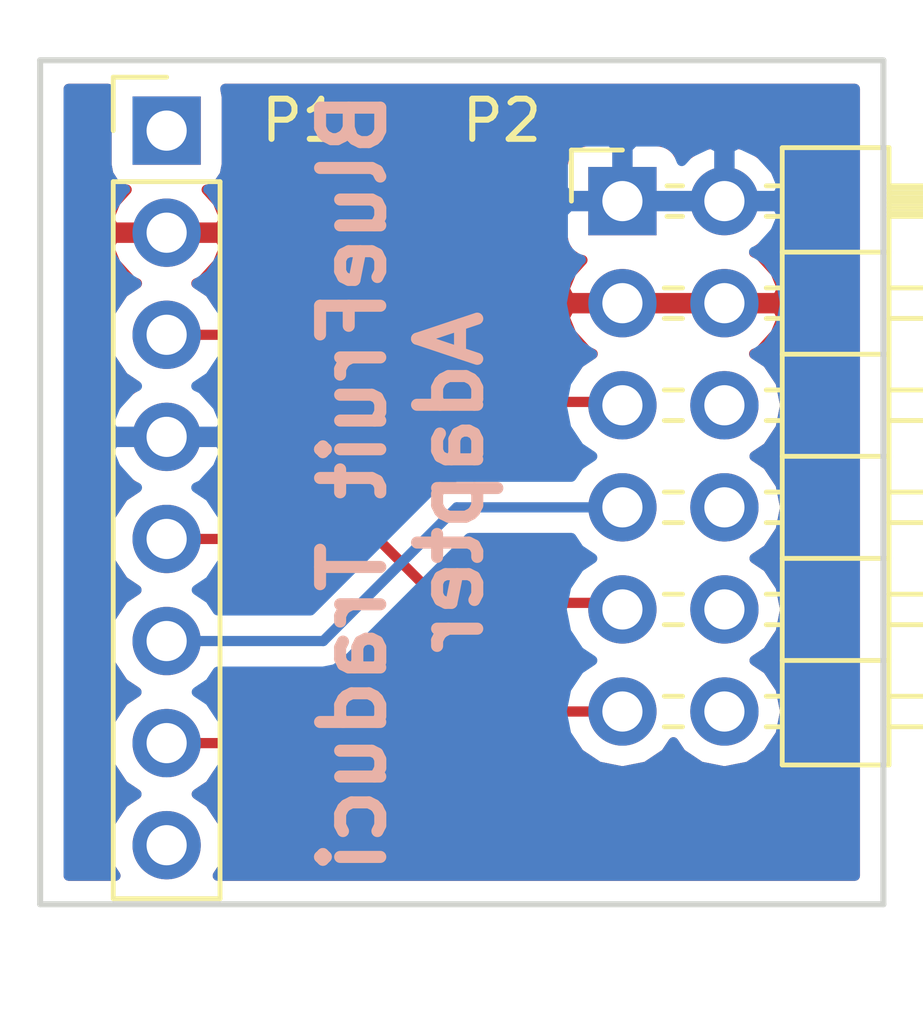
<source format=kicad_pcb>
(kicad_pcb (version 4) (host pcbnew 4.0.5)

  (general
    (links 8)
    (no_connects 0)
    (area 133.924999 100.924999 155.075001 124.075001)
    (thickness 1.6)
    (drawings 5)
    (tracks 20)
    (zones 0)
    (modules 2)
    (nets 13)
  )

  (page A4)
  (layers
    (0 F.Cu signal hide)
    (31 B.Cu signal)
    (34 B.Paste user)
    (35 F.Paste user)
    (36 B.SilkS user)
    (37 F.SilkS user)
    (38 B.Mask user)
    (39 F.Mask user)
    (41 Cmts.User user)
    (44 Edge.Cuts user)
    (45 Margin user)
    (46 B.CrtYd user)
    (47 F.CrtYd user)
  )

  (setup
    (last_trace_width 0.254)
    (user_trace_width 0.1524)
    (user_trace_width 0.254)
    (user_trace_width 0.508)
    (trace_clearance 0.1524)
    (zone_clearance 0.508)
    (zone_45_only no)
    (trace_min 0.1524)
    (segment_width 0.2)
    (edge_width 0.15)
    (via_size 0.508)
    (via_drill 0.254)
    (via_min_size 0.508)
    (via_min_drill 0.254)
    (uvia_size 0.508)
    (uvia_drill 0.254)
    (uvias_allowed no)
    (uvia_min_size 0.2)
    (uvia_min_drill 0.1)
    (pcb_text_width 0.3)
    (pcb_text_size 1.5 1.5)
    (mod_edge_width 0.15)
    (mod_text_size 1 1)
    (mod_text_width 0.15)
    (pad_size 1.524 1.524)
    (pad_drill 0.762)
    (pad_to_mask_clearance 0.0508)
    (aux_axis_origin 0 0)
    (visible_elements FFFFFF7F)
    (pcbplotparams
      (layerselection 0x00030_80000001)
      (usegerberextensions false)
      (excludeedgelayer true)
      (linewidth 0.100000)
      (plotframeref false)
      (viasonmask false)
      (mode 1)
      (useauxorigin false)
      (hpglpennumber 1)
      (hpglpenspeed 20)
      (hpglpendiameter 15)
      (hpglpenoverlay 2)
      (psnegative false)
      (psa4output false)
      (plotreference true)
      (plotvalue true)
      (plotinvisibletext false)
      (padsonsilk false)
      (subtractmaskfromsilk false)
      (outputformat 1)
      (mirror false)
      (drillshape 1)
      (scaleselection 1)
      (outputdirectory ""))
  )

  (net 0 "")
  (net 1 "Net-(P1-Pad1)")
  (net 2 "Net-(P1-Pad2)")
  (net 3 "Net-(P1-Pad3)")
  (net 4 "Net-(P1-Pad4)")
  (net 5 "Net-(P1-Pad5)")
  (net 6 "Net-(P1-Pad6)")
  (net 7 "Net-(P1-Pad7)")
  (net 8 "Net-(P1-Pad8)")
  (net 9 "Net-(P2-Pad6)")
  (net 10 "Net-(P2-Pad8)")
  (net 11 "Net-(P2-Pad10)")
  (net 12 "Net-(P2-Pad12)")

  (net_class Default "This is the default net class."
    (clearance 0.1524)
    (trace_width 0.1524)
    (via_dia 0.508)
    (via_drill 0.254)
    (uvia_dia 0.508)
    (uvia_drill 0.254)
    (add_net "Net-(P1-Pad1)")
    (add_net "Net-(P1-Pad2)")
    (add_net "Net-(P1-Pad3)")
    (add_net "Net-(P1-Pad4)")
    (add_net "Net-(P1-Pad5)")
    (add_net "Net-(P1-Pad6)")
    (add_net "Net-(P1-Pad7)")
    (add_net "Net-(P1-Pad8)")
    (add_net "Net-(P2-Pad10)")
    (add_net "Net-(P2-Pad12)")
    (add_net "Net-(P2-Pad6)")
    (add_net "Net-(P2-Pad8)")
  )

  (module Pin_Headers:Pin_Header_Straight_1x08_Pitch2.54mm (layer F.Cu) (tedit 5BC0E180) (tstamp 5BC0DB81)
    (at 137.15 103.25)
    (descr "Through hole straight pin header, 1x08, 2.54mm pitch, single row")
    (tags "Through hole pin header THT 1x08 2.54mm single row")
    (path /5BC0D96C)
    (fp_text reference P1 (at 3.35 -0.25) (layer F.SilkS)
      (effects (font (size 1 1) (thickness 0.15)))
    )
    (fp_text value CONN_01X08 (at 0 20.11) (layer F.Fab) hide
      (effects (font (size 1 1) (thickness 0.15)))
    )
    (fp_line (start -0.635 -1.27) (end 1.27 -1.27) (layer F.Fab) (width 0.1))
    (fp_line (start 1.27 -1.27) (end 1.27 19.05) (layer F.Fab) (width 0.1))
    (fp_line (start 1.27 19.05) (end -1.27 19.05) (layer F.Fab) (width 0.1))
    (fp_line (start -1.27 19.05) (end -1.27 -0.635) (layer F.Fab) (width 0.1))
    (fp_line (start -1.27 -0.635) (end -0.635 -1.27) (layer F.Fab) (width 0.1))
    (fp_line (start -1.33 19.11) (end 1.33 19.11) (layer F.SilkS) (width 0.12))
    (fp_line (start -1.33 1.27) (end -1.33 19.11) (layer F.SilkS) (width 0.12))
    (fp_line (start 1.33 1.27) (end 1.33 19.11) (layer F.SilkS) (width 0.12))
    (fp_line (start -1.33 1.27) (end 1.33 1.27) (layer F.SilkS) (width 0.12))
    (fp_line (start -1.33 0) (end -1.33 -1.33) (layer F.SilkS) (width 0.12))
    (fp_line (start -1.33 -1.33) (end 0 -1.33) (layer F.SilkS) (width 0.12))
    (fp_line (start -1.8 -1.8) (end -1.8 19.55) (layer F.CrtYd) (width 0.05))
    (fp_line (start -1.8 19.55) (end 1.8 19.55) (layer F.CrtYd) (width 0.05))
    (fp_line (start 1.8 19.55) (end 1.8 -1.8) (layer F.CrtYd) (width 0.05))
    (fp_line (start 1.8 -1.8) (end -1.8 -1.8) (layer F.CrtYd) (width 0.05))
    (fp_text user %R (at 0 8.89 90) (layer F.Fab)
      (effects (font (size 1 1) (thickness 0.15)))
    )
    (pad 1 thru_hole rect (at 0 0) (size 1.7 1.7) (drill 1) (layers *.Cu *.Mask)
      (net 1 "Net-(P1-Pad1)"))
    (pad 2 thru_hole oval (at 0 2.54) (size 1.7 1.7) (drill 1) (layers *.Cu *.Mask)
      (net 2 "Net-(P1-Pad2)"))
    (pad 3 thru_hole oval (at 0 5.08) (size 1.7 1.7) (drill 1) (layers *.Cu *.Mask)
      (net 3 "Net-(P1-Pad3)"))
    (pad 4 thru_hole oval (at 0 7.62) (size 1.7 1.7) (drill 1) (layers *.Cu *.Mask)
      (net 4 "Net-(P1-Pad4)"))
    (pad 5 thru_hole oval (at 0 10.16) (size 1.7 1.7) (drill 1) (layers *.Cu *.Mask)
      (net 5 "Net-(P1-Pad5)"))
    (pad 6 thru_hole oval (at 0 12.7) (size 1.7 1.7) (drill 1) (layers *.Cu *.Mask)
      (net 6 "Net-(P1-Pad6)"))
    (pad 7 thru_hole oval (at 0 15.24) (size 1.7 1.7) (drill 1) (layers *.Cu *.Mask)
      (net 7 "Net-(P1-Pad7)"))
    (pad 8 thru_hole oval (at 0 17.78) (size 1.7 1.7) (drill 1) (layers *.Cu *.Mask)
      (net 8 "Net-(P1-Pad8)"))
    (model ${KISYS3DMOD}/Pin_Headers.3dshapes/Pin_Header_Straight_1x08_Pitch2.54mm.wrl
      (at (xyz 0 0 0))
      (scale (xyz 1 1 1))
      (rotate (xyz 0 0 0))
    )
  )

  (module Pin_Headers:Pin_Header_Angled_2x06_Pitch2.54mm (layer F.Cu) (tedit 5BC0E198) (tstamp 5BC0DBFA)
    (at 148.5011 105.0036)
    (descr "Through hole angled pin header, 2x06, 2.54mm pitch, 6mm pin length, double rows")
    (tags "Through hole angled pin header THT 2x06 2.54mm double row")
    (path /5BC0D999)
    (fp_text reference P2 (at -3.0011 -2.0036) (layer F.SilkS)
      (effects (font (size 1 1) (thickness 0.15)))
    )
    (fp_text value CONN_02X06 (at 5.655 14.97) (layer F.Fab) hide
      (effects (font (size 1 1) (thickness 0.15)))
    )
    (fp_line (start 4.675 -1.27) (end 6.58 -1.27) (layer F.Fab) (width 0.1))
    (fp_line (start 6.58 -1.27) (end 6.58 13.97) (layer F.Fab) (width 0.1))
    (fp_line (start 6.58 13.97) (end 4.04 13.97) (layer F.Fab) (width 0.1))
    (fp_line (start 4.04 13.97) (end 4.04 -0.635) (layer F.Fab) (width 0.1))
    (fp_line (start 4.04 -0.635) (end 4.675 -1.27) (layer F.Fab) (width 0.1))
    (fp_line (start -0.32 -0.32) (end 4.04 -0.32) (layer F.Fab) (width 0.1))
    (fp_line (start -0.32 -0.32) (end -0.32 0.32) (layer F.Fab) (width 0.1))
    (fp_line (start -0.32 0.32) (end 4.04 0.32) (layer F.Fab) (width 0.1))
    (fp_line (start 6.58 -0.32) (end 12.58 -0.32) (layer F.Fab) (width 0.1))
    (fp_line (start 12.58 -0.32) (end 12.58 0.32) (layer F.Fab) (width 0.1))
    (fp_line (start 6.58 0.32) (end 12.58 0.32) (layer F.Fab) (width 0.1))
    (fp_line (start -0.32 2.22) (end 4.04 2.22) (layer F.Fab) (width 0.1))
    (fp_line (start -0.32 2.22) (end -0.32 2.86) (layer F.Fab) (width 0.1))
    (fp_line (start -0.32 2.86) (end 4.04 2.86) (layer F.Fab) (width 0.1))
    (fp_line (start 6.58 2.22) (end 12.58 2.22) (layer F.Fab) (width 0.1))
    (fp_line (start 12.58 2.22) (end 12.58 2.86) (layer F.Fab) (width 0.1))
    (fp_line (start 6.58 2.86) (end 12.58 2.86) (layer F.Fab) (width 0.1))
    (fp_line (start -0.32 4.76) (end 4.04 4.76) (layer F.Fab) (width 0.1))
    (fp_line (start -0.32 4.76) (end -0.32 5.4) (layer F.Fab) (width 0.1))
    (fp_line (start -0.32 5.4) (end 4.04 5.4) (layer F.Fab) (width 0.1))
    (fp_line (start 6.58 4.76) (end 12.58 4.76) (layer F.Fab) (width 0.1))
    (fp_line (start 12.58 4.76) (end 12.58 5.4) (layer F.Fab) (width 0.1))
    (fp_line (start 6.58 5.4) (end 12.58 5.4) (layer F.Fab) (width 0.1))
    (fp_line (start -0.32 7.3) (end 4.04 7.3) (layer F.Fab) (width 0.1))
    (fp_line (start -0.32 7.3) (end -0.32 7.94) (layer F.Fab) (width 0.1))
    (fp_line (start -0.32 7.94) (end 4.04 7.94) (layer F.Fab) (width 0.1))
    (fp_line (start 6.58 7.3) (end 12.58 7.3) (layer F.Fab) (width 0.1))
    (fp_line (start 12.58 7.3) (end 12.58 7.94) (layer F.Fab) (width 0.1))
    (fp_line (start 6.58 7.94) (end 12.58 7.94) (layer F.Fab) (width 0.1))
    (fp_line (start -0.32 9.84) (end 4.04 9.84) (layer F.Fab) (width 0.1))
    (fp_line (start -0.32 9.84) (end -0.32 10.48) (layer F.Fab) (width 0.1))
    (fp_line (start -0.32 10.48) (end 4.04 10.48) (layer F.Fab) (width 0.1))
    (fp_line (start 6.58 9.84) (end 12.58 9.84) (layer F.Fab) (width 0.1))
    (fp_line (start 12.58 9.84) (end 12.58 10.48) (layer F.Fab) (width 0.1))
    (fp_line (start 6.58 10.48) (end 12.58 10.48) (layer F.Fab) (width 0.1))
    (fp_line (start -0.32 12.38) (end 4.04 12.38) (layer F.Fab) (width 0.1))
    (fp_line (start -0.32 12.38) (end -0.32 13.02) (layer F.Fab) (width 0.1))
    (fp_line (start -0.32 13.02) (end 4.04 13.02) (layer F.Fab) (width 0.1))
    (fp_line (start 6.58 12.38) (end 12.58 12.38) (layer F.Fab) (width 0.1))
    (fp_line (start 12.58 12.38) (end 12.58 13.02) (layer F.Fab) (width 0.1))
    (fp_line (start 6.58 13.02) (end 12.58 13.02) (layer F.Fab) (width 0.1))
    (fp_line (start 3.98 -1.33) (end 3.98 14.03) (layer F.SilkS) (width 0.12))
    (fp_line (start 3.98 14.03) (end 6.64 14.03) (layer F.SilkS) (width 0.12))
    (fp_line (start 6.64 14.03) (end 6.64 -1.33) (layer F.SilkS) (width 0.12))
    (fp_line (start 6.64 -1.33) (end 3.98 -1.33) (layer F.SilkS) (width 0.12))
    (fp_line (start 6.64 -0.38) (end 12.64 -0.38) (layer F.SilkS) (width 0.12))
    (fp_line (start 12.64 -0.38) (end 12.64 0.38) (layer F.SilkS) (width 0.12))
    (fp_line (start 12.64 0.38) (end 6.64 0.38) (layer F.SilkS) (width 0.12))
    (fp_line (start 6.64 -0.32) (end 12.64 -0.32) (layer F.SilkS) (width 0.12))
    (fp_line (start 6.64 -0.2) (end 12.64 -0.2) (layer F.SilkS) (width 0.12))
    (fp_line (start 6.64 -0.08) (end 12.64 -0.08) (layer F.SilkS) (width 0.12))
    (fp_line (start 6.64 0.04) (end 12.64 0.04) (layer F.SilkS) (width 0.12))
    (fp_line (start 6.64 0.16) (end 12.64 0.16) (layer F.SilkS) (width 0.12))
    (fp_line (start 6.64 0.28) (end 12.64 0.28) (layer F.SilkS) (width 0.12))
    (fp_line (start 3.582929 -0.38) (end 3.98 -0.38) (layer F.SilkS) (width 0.12))
    (fp_line (start 3.582929 0.38) (end 3.98 0.38) (layer F.SilkS) (width 0.12))
    (fp_line (start 1.11 -0.38) (end 1.497071 -0.38) (layer F.SilkS) (width 0.12))
    (fp_line (start 1.11 0.38) (end 1.497071 0.38) (layer F.SilkS) (width 0.12))
    (fp_line (start 3.98 1.27) (end 6.64 1.27) (layer F.SilkS) (width 0.12))
    (fp_line (start 6.64 2.16) (end 12.64 2.16) (layer F.SilkS) (width 0.12))
    (fp_line (start 12.64 2.16) (end 12.64 2.92) (layer F.SilkS) (width 0.12))
    (fp_line (start 12.64 2.92) (end 6.64 2.92) (layer F.SilkS) (width 0.12))
    (fp_line (start 3.582929 2.16) (end 3.98 2.16) (layer F.SilkS) (width 0.12))
    (fp_line (start 3.582929 2.92) (end 3.98 2.92) (layer F.SilkS) (width 0.12))
    (fp_line (start 1.042929 2.16) (end 1.497071 2.16) (layer F.SilkS) (width 0.12))
    (fp_line (start 1.042929 2.92) (end 1.497071 2.92) (layer F.SilkS) (width 0.12))
    (fp_line (start 3.98 3.81) (end 6.64 3.81) (layer F.SilkS) (width 0.12))
    (fp_line (start 6.64 4.7) (end 12.64 4.7) (layer F.SilkS) (width 0.12))
    (fp_line (start 12.64 4.7) (end 12.64 5.46) (layer F.SilkS) (width 0.12))
    (fp_line (start 12.64 5.46) (end 6.64 5.46) (layer F.SilkS) (width 0.12))
    (fp_line (start 3.582929 4.7) (end 3.98 4.7) (layer F.SilkS) (width 0.12))
    (fp_line (start 3.582929 5.46) (end 3.98 5.46) (layer F.SilkS) (width 0.12))
    (fp_line (start 1.042929 4.7) (end 1.497071 4.7) (layer F.SilkS) (width 0.12))
    (fp_line (start 1.042929 5.46) (end 1.497071 5.46) (layer F.SilkS) (width 0.12))
    (fp_line (start 3.98 6.35) (end 6.64 6.35) (layer F.SilkS) (width 0.12))
    (fp_line (start 6.64 7.24) (end 12.64 7.24) (layer F.SilkS) (width 0.12))
    (fp_line (start 12.64 7.24) (end 12.64 8) (layer F.SilkS) (width 0.12))
    (fp_line (start 12.64 8) (end 6.64 8) (layer F.SilkS) (width 0.12))
    (fp_line (start 3.582929 7.24) (end 3.98 7.24) (layer F.SilkS) (width 0.12))
    (fp_line (start 3.582929 8) (end 3.98 8) (layer F.SilkS) (width 0.12))
    (fp_line (start 1.042929 7.24) (end 1.497071 7.24) (layer F.SilkS) (width 0.12))
    (fp_line (start 1.042929 8) (end 1.497071 8) (layer F.SilkS) (width 0.12))
    (fp_line (start 3.98 8.89) (end 6.64 8.89) (layer F.SilkS) (width 0.12))
    (fp_line (start 6.64 9.78) (end 12.64 9.78) (layer F.SilkS) (width 0.12))
    (fp_line (start 12.64 9.78) (end 12.64 10.54) (layer F.SilkS) (width 0.12))
    (fp_line (start 12.64 10.54) (end 6.64 10.54) (layer F.SilkS) (width 0.12))
    (fp_line (start 3.582929 9.78) (end 3.98 9.78) (layer F.SilkS) (width 0.12))
    (fp_line (start 3.582929 10.54) (end 3.98 10.54) (layer F.SilkS) (width 0.12))
    (fp_line (start 1.042929 9.78) (end 1.497071 9.78) (layer F.SilkS) (width 0.12))
    (fp_line (start 1.042929 10.54) (end 1.497071 10.54) (layer F.SilkS) (width 0.12))
    (fp_line (start 3.98 11.43) (end 6.64 11.43) (layer F.SilkS) (width 0.12))
    (fp_line (start 6.64 12.32) (end 12.64 12.32) (layer F.SilkS) (width 0.12))
    (fp_line (start 12.64 12.32) (end 12.64 13.08) (layer F.SilkS) (width 0.12))
    (fp_line (start 12.64 13.08) (end 6.64 13.08) (layer F.SilkS) (width 0.12))
    (fp_line (start 3.582929 12.32) (end 3.98 12.32) (layer F.SilkS) (width 0.12))
    (fp_line (start 3.582929 13.08) (end 3.98 13.08) (layer F.SilkS) (width 0.12))
    (fp_line (start 1.042929 12.32) (end 1.497071 12.32) (layer F.SilkS) (width 0.12))
    (fp_line (start 1.042929 13.08) (end 1.497071 13.08) (layer F.SilkS) (width 0.12))
    (fp_line (start -1.27 0) (end -1.27 -1.27) (layer F.SilkS) (width 0.12))
    (fp_line (start -1.27 -1.27) (end 0 -1.27) (layer F.SilkS) (width 0.12))
    (fp_line (start -1.8 -1.8) (end -1.8 14.5) (layer F.CrtYd) (width 0.05))
    (fp_line (start -1.8 14.5) (end 13.1 14.5) (layer F.CrtYd) (width 0.05))
    (fp_line (start 13.1 14.5) (end 13.1 -1.8) (layer F.CrtYd) (width 0.05))
    (fp_line (start 13.1 -1.8) (end -1.8 -1.8) (layer F.CrtYd) (width 0.05))
    (fp_text user %R (at 5.31 6.35 90) (layer F.Fab)
      (effects (font (size 1 1) (thickness 0.15)))
    )
    (pad 1 thru_hole rect (at 0 0) (size 1.7 1.7) (drill 1) (layers *.Cu *.Mask)
      (net 4 "Net-(P1-Pad4)"))
    (pad 2 thru_hole oval (at 2.54 0) (size 1.7 1.7) (drill 1) (layers *.Cu *.Mask)
      (net 4 "Net-(P1-Pad4)"))
    (pad 3 thru_hole oval (at 0 2.54) (size 1.7 1.7) (drill 1) (layers *.Cu *.Mask)
      (net 2 "Net-(P1-Pad2)"))
    (pad 4 thru_hole oval (at 2.54 2.54) (size 1.7 1.7) (drill 1) (layers *.Cu *.Mask)
      (net 2 "Net-(P1-Pad2)"))
    (pad 5 thru_hole oval (at 0 5.08) (size 1.7 1.7) (drill 1) (layers *.Cu *.Mask)
      (net 3 "Net-(P1-Pad3)"))
    (pad 6 thru_hole oval (at 2.54 5.08) (size 1.7 1.7) (drill 1) (layers *.Cu *.Mask)
      (net 9 "Net-(P2-Pad6)"))
    (pad 7 thru_hole oval (at 0 7.62) (size 1.7 1.7) (drill 1) (layers *.Cu *.Mask)
      (net 6 "Net-(P1-Pad6)"))
    (pad 8 thru_hole oval (at 2.54 7.62) (size 1.7 1.7) (drill 1) (layers *.Cu *.Mask)
      (net 10 "Net-(P2-Pad8)"))
    (pad 9 thru_hole oval (at 0 10.16) (size 1.7 1.7) (drill 1) (layers *.Cu *.Mask)
      (net 5 "Net-(P1-Pad5)"))
    (pad 10 thru_hole oval (at 2.54 10.16) (size 1.7 1.7) (drill 1) (layers *.Cu *.Mask)
      (net 11 "Net-(P2-Pad10)"))
    (pad 11 thru_hole oval (at 0 12.7) (size 1.7 1.7) (drill 1) (layers *.Cu *.Mask)
      (net 7 "Net-(P1-Pad7)"))
    (pad 12 thru_hole oval (at 2.54 12.7) (size 1.7 1.7) (drill 1) (layers *.Cu *.Mask)
      (net 12 "Net-(P2-Pad12)"))
    (model ${KISYS3DMOD}/Pin_Headers.3dshapes/Pin_Header_Angled_2x06_Pitch2.54mm.wrl
      (at (xyz 0 0 0))
      (scale (xyz 1 1 1))
      (rotate (xyz 0 0 0))
    )
  )

  (gr_line (start 134 101.5) (end 134 122.5) (angle 90) (layer Edge.Cuts) (width 0.15))
  (gr_line (start 155 101.5) (end 155 122.5) (angle 90) (layer Edge.Cuts) (width 0.15))
  (gr_text "BlueFruit Traduci\nAdapter" (at 143 112 90) (layer B.SilkS)
    (effects (font (size 1.5 1.5) (thickness 0.3)) (justify mirror))
  )
  (gr_line (start 155 122.5) (end 134 122.5) (angle 90) (layer Edge.Cuts) (width 0.15))
  (gr_line (start 134 101.5) (end 155 101.5) (angle 90) (layer Edge.Cuts) (width 0.15))

  (segment (start 137.15 105.79) (end 143.29 105.79) (width 0.254) (layer F.Cu) (net 2))
  (segment (start 145.0436 107.5436) (end 151.0411 107.5436) (width 0.254) (layer F.Cu) (net 2) (tstamp 5BC0DF47))
  (segment (start 143.29 105.79) (end 145.0436 107.5436) (width 0.254) (layer F.Cu) (net 2) (tstamp 5BC0DF40))
  (segment (start 137.15 108.33) (end 142.83 108.33) (width 0.254) (layer F.Cu) (net 3))
  (segment (start 144.5 110) (end 148.4175 110) (width 0.254) (layer F.Cu) (net 3) (tstamp 5BC0DF64))
  (segment (start 142.83 108.33) (end 144.5 110) (width 0.254) (layer F.Cu) (net 3) (tstamp 5BC0DF5B))
  (segment (start 148.4175 110) (end 148.5011 110.0836) (width 0.254) (layer F.Cu) (net 3) (tstamp 5BC0DF68))
  (segment (start 137.15 110.87) (end 139.13 110.87) (width 0.254) (layer B.Cu) (net 4))
  (segment (start 144.9964 105.0036) (end 151.0411 105.0036) (width 0.254) (layer B.Cu) (net 4) (tstamp 5BC0E03D))
  (segment (start 139.13 110.87) (end 144.9964 105.0036) (width 0.254) (layer B.Cu) (net 4) (tstamp 5BC0E037))
  (segment (start 137.15 113.41) (end 142.41 113.41) (width 0.254) (layer F.Cu) (net 5))
  (segment (start 144 115) (end 148.3375 115) (width 0.254) (layer F.Cu) (net 5) (tstamp 5BC0DF82))
  (segment (start 142.41 113.41) (end 144 115) (width 0.254) (layer F.Cu) (net 5) (tstamp 5BC0DF75))
  (segment (start 148.3375 115) (end 148.5011 115.1636) (width 0.254) (layer F.Cu) (net 5) (tstamp 5BC0DF86))
  (segment (start 137.15 115.95) (end 141.05 115.95) (width 0.254) (layer B.Cu) (net 6))
  (segment (start 144.3764 112.6236) (end 148.5011 112.6236) (width 0.254) (layer B.Cu) (net 6) (tstamp 5BC0E04B))
  (segment (start 141.05 115.95) (end 144.3764 112.6236) (width 0.254) (layer B.Cu) (net 6) (tstamp 5BC0E044))
  (segment (start 137.15 118.49) (end 144.99 118.49) (width 0.254) (layer F.Cu) (net 7))
  (segment (start 145.7764 117.7036) (end 148.5011 117.7036) (width 0.254) (layer F.Cu) (net 7) (tstamp 5BC0DF91))
  (segment (start 144.99 118.49) (end 145.7764 117.7036) (width 0.254) (layer F.Cu) (net 7) (tstamp 5BC0DF8E))

  (zone (net 2) (net_name "Net-(P1-Pad2)") (layer F.Cu) (tstamp 5BC0E06C) (hatch edge 0.508)
    (connect_pads (clearance 0.508))
    (min_thickness 0.254)
    (fill yes (arc_segments 16) (thermal_gap 0.508) (thermal_bridge_width 0.508))
    (polygon
      (pts
        (xy 156 126) (xy 133 126) (xy 133 100) (xy 156 100)
      )
    )
    (filled_polygon
      (pts
        (xy 135.65256 102.4) (xy 135.65256 104.1) (xy 135.696838 104.335317) (xy 135.83591 104.551441) (xy 136.04811 104.696431)
        (xy 136.156107 104.718301) (xy 135.878355 105.023076) (xy 135.708524 105.43311) (xy 135.829845 105.663) (xy 137.023 105.663)
        (xy 137.023 105.643) (xy 137.277 105.643) (xy 137.277 105.663) (xy 138.470155 105.663) (xy 138.591476 105.43311)
        (xy 138.421645 105.023076) (xy 138.145499 104.720063) (xy 138.235317 104.703162) (xy 138.451441 104.56409) (xy 138.596431 104.35189)
        (xy 138.636585 104.1536) (xy 147.00366 104.1536) (xy 147.00366 105.8536) (xy 147.047938 106.088917) (xy 147.18701 106.305041)
        (xy 147.39921 106.450031) (xy 147.507207 106.471901) (xy 147.229455 106.776676) (xy 147.059624 107.18671) (xy 147.180945 107.4166)
        (xy 148.3741 107.4166) (xy 148.3741 107.3966) (xy 148.6281 107.3966) (xy 148.6281 107.4166) (xy 150.9141 107.4166)
        (xy 150.9141 107.3966) (xy 151.1681 107.3966) (xy 151.1681 107.4166) (xy 152.361255 107.4166) (xy 152.482576 107.18671)
        (xy 152.312745 106.776676) (xy 151.922458 106.348417) (xy 151.779547 106.281302) (xy 152.120247 106.053654) (xy 152.442154 105.571885)
        (xy 152.555193 105.0036) (xy 152.442154 104.435315) (xy 152.120247 103.953546) (xy 151.638478 103.631639) (xy 151.070193 103.5186)
        (xy 151.012007 103.5186) (xy 150.443722 103.631639) (xy 149.961953 103.953546) (xy 149.961129 103.954779) (xy 149.954262 103.918283)
        (xy 149.81519 103.702159) (xy 149.60299 103.557169) (xy 149.3511 103.50616) (xy 147.6511 103.50616) (xy 147.415783 103.550438)
        (xy 147.199659 103.68951) (xy 147.054669 103.90171) (xy 147.00366 104.1536) (xy 138.636585 104.1536) (xy 138.64744 104.1)
        (xy 138.64744 102.4) (xy 138.611689 102.21) (xy 154.29 102.21) (xy 154.29 121.79) (xy 138.422954 121.79)
        (xy 138.551054 121.598285) (xy 138.664093 121.03) (xy 138.551054 120.461715) (xy 138.229147 119.979946) (xy 137.899974 119.76)
        (xy 138.229147 119.540054) (xy 138.421618 119.252) (xy 144.99 119.252) (xy 145.281605 119.193996) (xy 145.528815 119.028815)
        (xy 146.092031 118.4656) (xy 147.229482 118.4656) (xy 147.421953 118.753654) (xy 147.903722 119.075561) (xy 148.472007 119.1886)
        (xy 148.530193 119.1886) (xy 149.098478 119.075561) (xy 149.580247 118.753654) (xy 149.7711 118.468022) (xy 149.961953 118.753654)
        (xy 150.443722 119.075561) (xy 151.012007 119.1886) (xy 151.070193 119.1886) (xy 151.638478 119.075561) (xy 152.120247 118.753654)
        (xy 152.442154 118.271885) (xy 152.555193 117.7036) (xy 152.442154 117.135315) (xy 152.120247 116.653546) (xy 151.791074 116.4336)
        (xy 152.120247 116.213654) (xy 152.442154 115.731885) (xy 152.555193 115.1636) (xy 152.442154 114.595315) (xy 152.120247 114.113546)
        (xy 151.791074 113.8936) (xy 152.120247 113.673654) (xy 152.442154 113.191885) (xy 152.555193 112.6236) (xy 152.442154 112.055315)
        (xy 152.120247 111.573546) (xy 151.791074 111.3536) (xy 152.120247 111.133654) (xy 152.442154 110.651885) (xy 152.555193 110.0836)
        (xy 152.442154 109.515315) (xy 152.120247 109.033546) (xy 151.779547 108.805898) (xy 151.922458 108.738783) (xy 152.312745 108.310524)
        (xy 152.482576 107.90049) (xy 152.361255 107.6706) (xy 151.1681 107.6706) (xy 151.1681 107.6906) (xy 150.9141 107.6906)
        (xy 150.9141 107.6706) (xy 148.6281 107.6706) (xy 148.6281 107.6906) (xy 148.3741 107.6906) (xy 148.3741 107.6706)
        (xy 147.180945 107.6706) (xy 147.059624 107.90049) (xy 147.229455 108.310524) (xy 147.619742 108.738783) (xy 147.762653 108.805898)
        (xy 147.421953 109.033546) (xy 147.285342 109.238) (xy 144.815631 109.238) (xy 143.368815 107.791185) (xy 143.188347 107.6706)
        (xy 143.121605 107.626004) (xy 142.83 107.568) (xy 138.421618 107.568) (xy 138.229147 107.279946) (xy 137.888447 107.052298)
        (xy 138.031358 106.985183) (xy 138.421645 106.556924) (xy 138.591476 106.14689) (xy 138.470155 105.917) (xy 137.277 105.917)
        (xy 137.277 105.937) (xy 137.023 105.937) (xy 137.023 105.917) (xy 135.829845 105.917) (xy 135.708524 106.14689)
        (xy 135.878355 106.556924) (xy 136.268642 106.985183) (xy 136.411553 107.052298) (xy 136.070853 107.279946) (xy 135.748946 107.761715)
        (xy 135.635907 108.33) (xy 135.748946 108.898285) (xy 136.070853 109.380054) (xy 136.400026 109.6) (xy 136.070853 109.819946)
        (xy 135.748946 110.301715) (xy 135.635907 110.87) (xy 135.748946 111.438285) (xy 136.070853 111.920054) (xy 136.400026 112.14)
        (xy 136.070853 112.359946) (xy 135.748946 112.841715) (xy 135.635907 113.41) (xy 135.748946 113.978285) (xy 136.070853 114.460054)
        (xy 136.400026 114.68) (xy 136.070853 114.899946) (xy 135.748946 115.381715) (xy 135.635907 115.95) (xy 135.748946 116.518285)
        (xy 136.070853 117.000054) (xy 136.400026 117.22) (xy 136.070853 117.439946) (xy 135.748946 117.921715) (xy 135.635907 118.49)
        (xy 135.748946 119.058285) (xy 136.070853 119.540054) (xy 136.400026 119.76) (xy 136.070853 119.979946) (xy 135.748946 120.461715)
        (xy 135.635907 121.03) (xy 135.748946 121.598285) (xy 135.877046 121.79) (xy 134.71 121.79) (xy 134.71 102.21)
        (xy 135.691036 102.21)
      )
    )
  )
  (zone (net 4) (net_name "Net-(P1-Pad4)") (layer B.Cu) (tstamp 5BC0E0BA) (hatch edge 0.508)
    (connect_pads (clearance 0.508))
    (min_thickness 0.254)
    (fill yes (arc_segments 16) (thermal_gap 0.508) (thermal_bridge_width 0.508))
    (polygon
      (pts
        (xy 156 125.5) (xy 133 125.5) (xy 133 100) (xy 156 100)
      )
    )
    (filled_polygon
      (pts
        (xy 135.65256 102.4) (xy 135.65256 104.1) (xy 135.696838 104.335317) (xy 135.83591 104.551441) (xy 136.04811 104.696431)
        (xy 136.115541 104.710086) (xy 136.070853 104.739946) (xy 135.748946 105.221715) (xy 135.635907 105.79) (xy 135.748946 106.358285)
        (xy 136.070853 106.840054) (xy 136.400026 107.06) (xy 136.070853 107.279946) (xy 135.748946 107.761715) (xy 135.635907 108.33)
        (xy 135.748946 108.898285) (xy 136.070853 109.380054) (xy 136.411553 109.607702) (xy 136.268642 109.674817) (xy 135.878355 110.103076)
        (xy 135.708524 110.51311) (xy 135.829845 110.743) (xy 137.023 110.743) (xy 137.023 110.723) (xy 137.277 110.723)
        (xy 137.277 110.743) (xy 138.470155 110.743) (xy 138.591476 110.51311) (xy 138.421645 110.103076) (xy 138.031358 109.674817)
        (xy 137.888447 109.607702) (xy 138.229147 109.380054) (xy 138.551054 108.898285) (xy 138.664093 108.33) (xy 138.551054 107.761715)
        (xy 138.229147 107.279946) (xy 137.899974 107.06) (xy 138.229147 106.840054) (xy 138.551054 106.358285) (xy 138.664093 105.79)
        (xy 138.551054 105.221715) (xy 138.229147 104.739946) (xy 138.187548 104.71215) (xy 138.235317 104.703162) (xy 138.451441 104.56409)
        (xy 138.596431 104.35189) (xy 138.64744 104.1) (xy 138.64744 104.02729) (xy 147.0161 104.02729) (xy 147.0161 104.71785)
        (xy 147.17485 104.8766) (xy 148.3741 104.8766) (xy 148.3741 103.67735) (xy 148.6281 103.67735) (xy 148.6281 104.8766)
        (xy 150.9141 104.8766) (xy 150.9141 103.682781) (xy 151.1681 103.682781) (xy 151.1681 104.8766) (xy 152.361255 104.8766)
        (xy 152.482576 104.64671) (xy 152.312745 104.236676) (xy 151.922458 103.808417) (xy 151.397992 103.562114) (xy 151.1681 103.682781)
        (xy 150.9141 103.682781) (xy 150.684208 103.562114) (xy 150.159742 103.808417) (xy 149.97803 104.007808) (xy 149.889427 103.793901)
        (xy 149.710798 103.615273) (xy 149.477409 103.5186) (xy 148.78685 103.5186) (xy 148.6281 103.67735) (xy 148.3741 103.67735)
        (xy 148.21535 103.5186) (xy 147.524791 103.5186) (xy 147.291402 103.615273) (xy 147.112773 103.793901) (xy 147.0161 104.02729)
        (xy 138.64744 104.02729) (xy 138.64744 102.4) (xy 138.611689 102.21) (xy 154.29 102.21) (xy 154.29 121.79)
        (xy 138.422954 121.79) (xy 138.551054 121.598285) (xy 138.664093 121.03) (xy 138.551054 120.461715) (xy 138.229147 119.979946)
        (xy 137.899974 119.76) (xy 138.229147 119.540054) (xy 138.551054 119.058285) (xy 138.664093 118.49) (xy 138.551054 117.921715)
        (xy 138.229147 117.439946) (xy 137.899974 117.22) (xy 138.229147 117.000054) (xy 138.421618 116.712) (xy 141.05 116.712)
        (xy 141.341605 116.653996) (xy 141.588815 116.488815) (xy 144.69203 113.3856) (xy 147.229482 113.3856) (xy 147.421953 113.673654)
        (xy 147.751126 113.8936) (xy 147.421953 114.113546) (xy 147.100046 114.595315) (xy 146.987007 115.1636) (xy 147.100046 115.731885)
        (xy 147.421953 116.213654) (xy 147.751126 116.4336) (xy 147.421953 116.653546) (xy 147.100046 117.135315) (xy 146.987007 117.7036)
        (xy 147.100046 118.271885) (xy 147.421953 118.753654) (xy 147.903722 119.075561) (xy 148.472007 119.1886) (xy 148.530193 119.1886)
        (xy 149.098478 119.075561) (xy 149.580247 118.753654) (xy 149.7711 118.468022) (xy 149.961953 118.753654) (xy 150.443722 119.075561)
        (xy 151.012007 119.1886) (xy 151.070193 119.1886) (xy 151.638478 119.075561) (xy 152.120247 118.753654) (xy 152.442154 118.271885)
        (xy 152.555193 117.7036) (xy 152.442154 117.135315) (xy 152.120247 116.653546) (xy 151.791074 116.4336) (xy 152.120247 116.213654)
        (xy 152.442154 115.731885) (xy 152.555193 115.1636) (xy 152.442154 114.595315) (xy 152.120247 114.113546) (xy 151.791074 113.8936)
        (xy 152.120247 113.673654) (xy 152.442154 113.191885) (xy 152.555193 112.6236) (xy 152.442154 112.055315) (xy 152.120247 111.573546)
        (xy 151.791074 111.3536) (xy 152.120247 111.133654) (xy 152.442154 110.651885) (xy 152.555193 110.0836) (xy 152.442154 109.515315)
        (xy 152.120247 109.033546) (xy 151.791074 108.8136) (xy 152.120247 108.593654) (xy 152.442154 108.111885) (xy 152.555193 107.5436)
        (xy 152.442154 106.975315) (xy 152.120247 106.493546) (xy 151.779547 106.265898) (xy 151.922458 106.198783) (xy 152.312745 105.770524)
        (xy 152.482576 105.36049) (xy 152.361255 105.1306) (xy 151.1681 105.1306) (xy 151.1681 105.1506) (xy 150.9141 105.1506)
        (xy 150.9141 105.1306) (xy 148.6281 105.1306) (xy 148.6281 105.1506) (xy 148.3741 105.1506) (xy 148.3741 105.1306)
        (xy 147.17485 105.1306) (xy 147.0161 105.28935) (xy 147.0161 105.97991) (xy 147.112773 106.213299) (xy 147.291402 106.391927)
        (xy 147.465877 106.464197) (xy 147.421953 106.493546) (xy 147.100046 106.975315) (xy 146.987007 107.5436) (xy 147.100046 108.111885)
        (xy 147.421953 108.593654) (xy 147.751126 108.8136) (xy 147.421953 109.033546) (xy 147.100046 109.515315) (xy 146.987007 110.0836)
        (xy 147.100046 110.651885) (xy 147.421953 111.133654) (xy 147.751126 111.3536) (xy 147.421953 111.573546) (xy 147.229482 111.8616)
        (xy 144.3764 111.8616) (xy 144.084795 111.919604) (xy 143.907545 112.038039) (xy 143.837585 112.084785) (xy 140.73437 115.188)
        (xy 138.421618 115.188) (xy 138.229147 114.899946) (xy 137.899974 114.68) (xy 138.229147 114.460054) (xy 138.551054 113.978285)
        (xy 138.664093 113.41) (xy 138.551054 112.841715) (xy 138.229147 112.359946) (xy 137.888447 112.132298) (xy 138.031358 112.065183)
        (xy 138.421645 111.636924) (xy 138.591476 111.22689) (xy 138.470155 110.997) (xy 137.277 110.997) (xy 137.277 111.017)
        (xy 137.023 111.017) (xy 137.023 110.997) (xy 135.829845 110.997) (xy 135.708524 111.22689) (xy 135.878355 111.636924)
        (xy 136.268642 112.065183) (xy 136.411553 112.132298) (xy 136.070853 112.359946) (xy 135.748946 112.841715) (xy 135.635907 113.41)
        (xy 135.748946 113.978285) (xy 136.070853 114.460054) (xy 136.400026 114.68) (xy 136.070853 114.899946) (xy 135.748946 115.381715)
        (xy 135.635907 115.95) (xy 135.748946 116.518285) (xy 136.070853 117.000054) (xy 136.400026 117.22) (xy 136.070853 117.439946)
        (xy 135.748946 117.921715) (xy 135.635907 118.49) (xy 135.748946 119.058285) (xy 136.070853 119.540054) (xy 136.400026 119.76)
        (xy 136.070853 119.979946) (xy 135.748946 120.461715) (xy 135.635907 121.03) (xy 135.748946 121.598285) (xy 135.877046 121.79)
        (xy 134.71 121.79) (xy 134.71 102.21) (xy 135.691036 102.21)
      )
    )
  )
)

</source>
